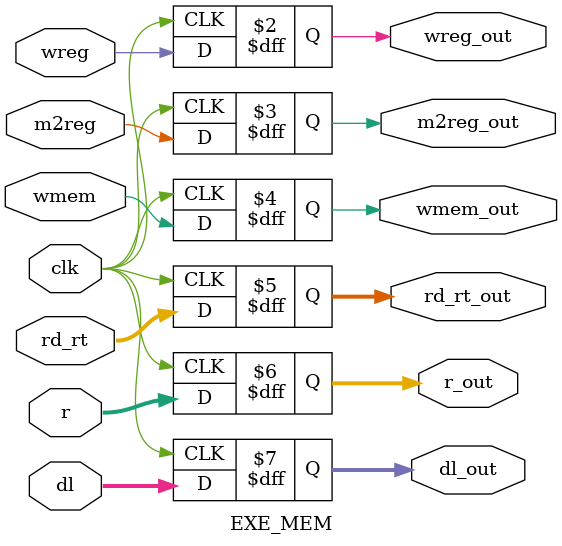
<source format=v>
module EXE_MEM(wreg, m2reg, wmem, rd_rt, r, dl, wreg_out, m2reg_out, wmem_out, rd_rt_out, r_out, dl_out, clk);
    input wire wreg, m2reg, wmem;
    output reg wreg_out, m2reg_out, wmem_out;
    input wire [4:0] rd_rt; 
    output reg [4:0] rd_rt_out;
    input wire [31:0] r, dl;
    output reg [31:0] r_out, dl_out;
    input clk;
    
    always @ (posedge clk)
    begin
        wreg_out <= wreg;
        m2reg_out <= m2reg;
        wmem_out <= wmem;
        rd_rt_out <= rd_rt;
        r_out <= r;
        dl_out <= dl;
    end
endmodule
</source>
